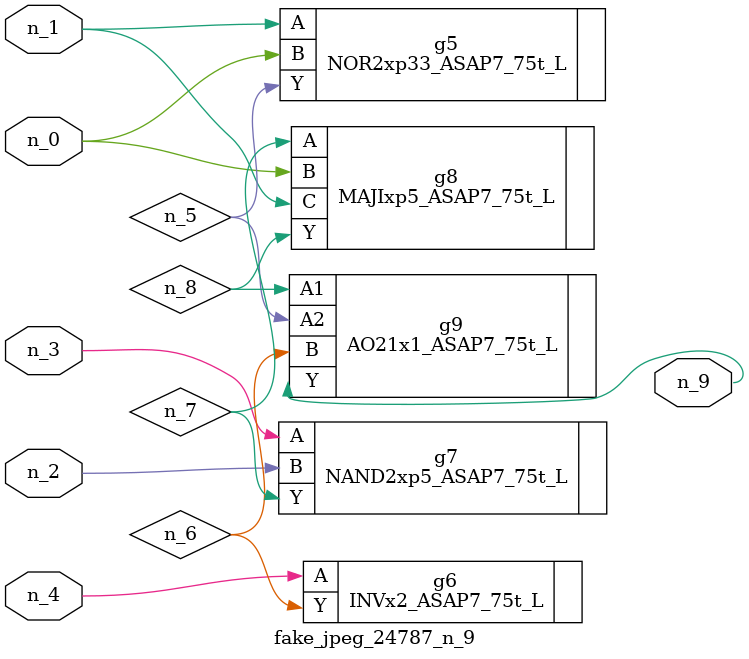
<source format=v>
module fake_jpeg_24787_n_9 (n_3, n_2, n_1, n_0, n_4, n_9);

input n_3;
input n_2;
input n_1;
input n_0;
input n_4;

output n_9;

wire n_8;
wire n_6;
wire n_5;
wire n_7;

NOR2xp33_ASAP7_75t_L g5 ( 
.A(n_1),
.B(n_0),
.Y(n_5)
);

INVx2_ASAP7_75t_L g6 ( 
.A(n_4),
.Y(n_6)
);

NAND2xp5_ASAP7_75t_L g7 ( 
.A(n_3),
.B(n_2),
.Y(n_7)
);

MAJIxp5_ASAP7_75t_L g8 ( 
.A(n_7),
.B(n_0),
.C(n_1),
.Y(n_8)
);

AO21x1_ASAP7_75t_L g9 ( 
.A1(n_8),
.A2(n_5),
.B(n_6),
.Y(n_9)
);


endmodule
</source>
